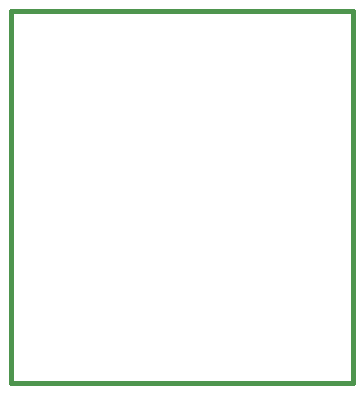
<source format=gko>
G04 Layer_Color=16711935*
%FSLAX24Y24*%
%MOIN*%
G70*
G01*
G75*
%ADD408C,0.0150*%
D408*
X36425Y40551D02*
X47842D01*
X36425Y28150D02*
Y40551D01*
Y28150D02*
X47252D01*
X47842D01*
Y40551D01*
M02*

</source>
